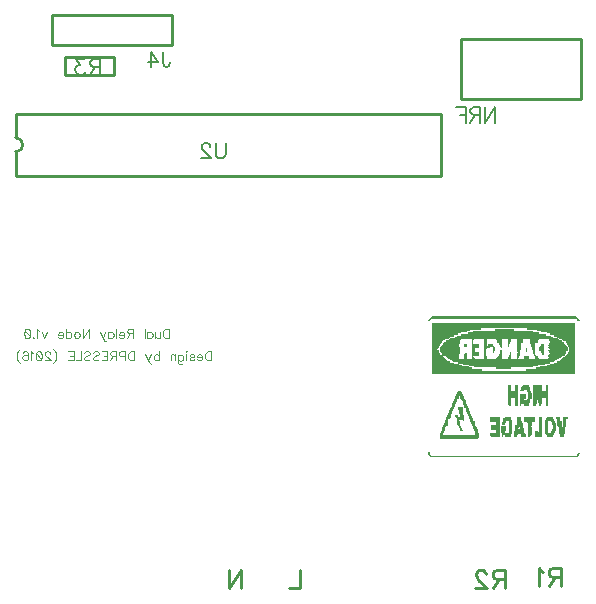
<source format=gbr>
G04 DipTrace 3.0.0.2*
G04 BottomSilk.gbr*
%MOMM*%
G04 #@! TF.FileFunction,Legend,Bot*
G04 #@! TF.Part,Single*
%ADD10C,0.25*%
%ADD12C,0.076*%
%ADD63C,0.19608*%
%ADD64C,0.11765*%
%ADD65C,0.23529*%
%FSLAX35Y35*%
G04*
G71*
G90*
G75*
G01*
G04 BotSilk*
%LPD*%
X2492860Y5952406D2*
D10*
X1476770D1*
Y5698393D1*
X2492860D1*
Y5952406D1*
X4938058Y5749100D2*
X5954058D1*
X4938058Y5241100D2*
X5954058D1*
X4938058Y5749100D2*
Y5241100D1*
X5954058Y5749100D2*
Y5241100D1*
X1590834Y5447600D2*
Y5600000D1*
X1997996Y5447600D2*
X1590834D1*
X1997996D2*
Y5600000D1*
X1590834D1*
X1169208Y5117004D2*
X4769208D1*
X1169208Y4596996D2*
X4769208D1*
Y5117004D2*
Y4596996D1*
X1169208Y5117004D2*
Y4917022D1*
Y4596996D2*
Y4796978D1*
Y4917022D2*
G02X1169208Y4796978I-263J-60022D01*
G01*
X4697175Y3407850D2*
D12*
X5897975D1*
X4684301Y3400250D2*
X5910849D1*
X4673982Y3392650D2*
X5921169D1*
X4665580Y3385050D2*
X4674375D1*
X5920775D2*
X5929570D1*
X4661993Y3377450D2*
X4670338D1*
X5924813D2*
X5933157D1*
X4659175Y3369850D2*
X4666775D1*
X5928375D2*
X5935975D1*
X4697175Y3347050D2*
X5897975D1*
X4697175Y3339450D2*
X5897975D1*
X4697175Y3331850D2*
X5897975D1*
X4697175Y3324250D2*
X5897975D1*
X4697175Y3316650D2*
X5897975D1*
X4697175Y3309050D2*
X5099975D1*
X5495175D2*
X5897975D1*
X4697175Y3301450D2*
X5099975D1*
X5495175D2*
X5897975D1*
X4697175Y3293850D2*
X5008775D1*
X5229175D2*
X5381175D1*
X5586375D2*
X5897975D1*
X4697175Y3286250D2*
X5008775D1*
X5229175D2*
X5381175D1*
X5586375D2*
X5897975D1*
X4697175Y3278650D2*
X4955575D1*
X5077175D2*
X5510375D1*
X5640050D2*
X5897975D1*
X4697175Y3271050D2*
X4902375D1*
X5001175D2*
X5593975D1*
X5692775D2*
X5897975D1*
X4697175Y3263450D2*
X4902375D1*
X5001175D2*
X5593975D1*
X5692775D2*
X5897975D1*
X4697175Y3255850D2*
X4871975D1*
X4940375D2*
X5654775D1*
X5723175D2*
X5897975D1*
X4697175Y3248250D2*
X4871975D1*
X4940375D2*
X5654775D1*
X5723175D2*
X5897975D1*
X4697175Y3240650D2*
X4841575D1*
X4902375D2*
X5682088D1*
X5744728D2*
X5897975D1*
X4697175Y3233050D2*
X4841575D1*
X4902375D2*
X5704197D1*
X5760894D2*
X5897975D1*
X4697175Y3225450D2*
X4818259D1*
X4874352D2*
X5725695D1*
X5775769D2*
X5897975D1*
X4697175Y3217850D2*
X4800843D1*
X4853520D2*
X4931571D1*
X5031575D2*
X5044426D1*
X5137975D2*
X5153175D1*
X5237950D2*
X5281201D1*
X5335575D2*
X5357201D1*
X5412720D2*
X5457175D1*
X5519150D2*
X5591626D1*
X5679924D2*
X5743383D1*
X5788676D2*
X5897975D1*
X4697175Y3210250D2*
X4788529D1*
X4838678D2*
X4929419D1*
X5031575D2*
X5040658D1*
X5137975D2*
X5153175D1*
X5239835D2*
X5279316D1*
X5335575D2*
X5355316D1*
X5414337D2*
X5457175D1*
X5521034D2*
X5587855D1*
X5683693D2*
X5757028D1*
X5794546D2*
X5897975D1*
X4697175Y3202650D2*
X4779664D1*
X4811175D2*
X4926483D1*
X5031575D2*
X5036722D1*
X5137975D2*
X5153175D1*
X5241822D2*
X5277349D1*
X5335575D2*
X5353289D1*
X5415336D2*
X5457175D1*
X5523002D2*
X5583881D1*
X5687569D2*
X5783975D1*
X5821975D2*
X5897975D1*
X4697175Y3195050D2*
X4772996D1*
X4811175D2*
X4923332D1*
X5031575D2*
X5034060D1*
X5137975D2*
X5153175D1*
X5243268D2*
X5276018D1*
X5335575D2*
X5351424D1*
X5414847D2*
X5457175D1*
X5524333D2*
X5580989D1*
X5690524D2*
X5783975D1*
X5825152D2*
X5897975D1*
X4697175Y3187450D2*
X4767020D1*
X4795975D2*
X4920677D1*
X5031575D2*
X5032644D1*
X5137975D2*
X5153175D1*
X5259575D2*
X5275311D1*
X5335575D2*
X5348780D1*
X5413605D2*
X5441975D1*
X5525098D2*
X5563575D1*
X5690168D2*
X5799175D1*
X5829392D2*
X5897975D1*
X4697175Y3179850D2*
X4760902D1*
X4790430D2*
X4919029D1*
X5031575D2*
X5031972D1*
X5137975D2*
X5153175D1*
X5262233D2*
X5274988D1*
X5335575D2*
X5344814D1*
X5412602D2*
X5441975D1*
X5525956D2*
X5560977D1*
X5686291D2*
X5804720D1*
X5834743D2*
X5897975D1*
X4697175Y3172250D2*
X4754980D1*
X4784397D2*
X4918190D1*
X4963175D2*
X4978375D1*
X5031575D2*
X5084775D1*
X5137975D2*
X5153175D1*
X5168375D2*
X5198775D1*
X5265029D2*
X5274855D1*
X5335575D2*
X5340745D1*
X5412031D2*
X5441975D1*
X5528026D2*
X5558715D1*
X5616775D2*
X5631975D1*
X5681853D2*
X5810753D1*
X5840354D2*
X5897975D1*
X4697175Y3164650D2*
X4749995D1*
X4777757D2*
X4917846D1*
X4963175D2*
X4978375D1*
X5031575D2*
X5084775D1*
X5137975D2*
X5153175D1*
X5168375D2*
X5202338D1*
X5268418D2*
X5274802D1*
X5335575D2*
X5337811D1*
X5411789D2*
X5441945D1*
X5531718D2*
X5557274D1*
X5614426D2*
X5631975D1*
X5677575D2*
X5817393D1*
X5845161D2*
X5897975D1*
X4697175Y3157050D2*
X4745922D1*
X4770679D2*
X4917962D1*
X4963175D2*
X4978375D1*
X5031575D2*
X5084775D1*
X5137975D2*
X5206375D1*
X5272933D2*
X5274775D1*
X5335575D2*
D3*
X5411942D2*
X5441678D1*
X5535634D2*
X5556530D1*
X5610658D2*
X5631975D1*
X5692775D2*
X5824471D1*
X5848657D2*
X5897975D1*
X4697175Y3149450D2*
X4741947D1*
X4764785D2*
X4918872D1*
X5031575D2*
X5046775D1*
X5137975D2*
X5153175D1*
X5213975D2*
X5221575D1*
X5277805D2*
X5282375D1*
X5412836D2*
X5440710D1*
X5538321D2*
X5556194D1*
X5606722D2*
X5631975D1*
X5684700D2*
X5830365D1*
X5850680D2*
X5897975D1*
X4697175Y3141850D2*
X4737309D1*
X4761155D2*
X4920672D1*
X5031575D2*
X5046775D1*
X5137975D2*
X5150577D1*
X5213975D2*
X5221575D1*
X5282375D2*
D3*
X5414373D2*
X5438889D1*
X5540000D2*
X5556057D1*
X5604060D2*
X5631975D1*
X5677575D2*
X5833996D1*
X5851670D2*
X5897975D1*
X4697175Y3134250D2*
X4732939D1*
X4759377D2*
X4922583D1*
X5031575D2*
X5046775D1*
X5137975D2*
X5148315D1*
X5213975D2*
X5221516D1*
X5415377D2*
X5436941D1*
X5487575D2*
D3*
X5541614D2*
X5556004D1*
X5602644D2*
X5631975D1*
X5684647D2*
X5835837D1*
X5852102D2*
X5897975D1*
X4697175Y3126650D2*
X4729879D1*
X4759125D2*
X4923639D1*
X5031575D2*
X5046775D1*
X5137975D2*
X5146874D1*
X5213975D2*
X5220937D1*
X5415168D2*
X5435586D1*
X5487575D2*
D3*
X5543701D2*
X5555985D1*
X5601972D2*
X5631975D1*
X5689346D2*
X5836684D1*
X5852245D2*
X5897975D1*
X4697175Y3119050D2*
X4742775D1*
X4760043D2*
X4923375D1*
X5031575D2*
X5046775D1*
X5137975D2*
X5146130D1*
X5213975D2*
X5219556D1*
X5267175D2*
X5282375D1*
X5415080D2*
X5434614D1*
X5487575D2*
D3*
X5545752D2*
X5555978D1*
X5616775D2*
X5631975D1*
X5677575D2*
X5821975D1*
X5852043D2*
X5897975D1*
X4697175Y3111450D2*
X4744009D1*
X4765242D2*
X4921876D1*
X5031575D2*
X5046775D1*
X5137975D2*
X5145794D1*
X5213975D2*
X5213634D1*
X5267145D2*
X5279777D1*
X5416573D2*
X5433323D1*
X5487575D2*
D3*
X5547175D2*
X5555976D1*
X5617955D2*
X5631975D1*
X5682712D2*
X5820801D1*
X5851038D2*
X5897975D1*
X4697175Y3103850D2*
X4746428D1*
X4771095D2*
X4920061D1*
X4978375D2*
D3*
X5031575D2*
X5084775D1*
X5137975D2*
X5145657D1*
X5206375D2*
D3*
X5266878D2*
X5277515D1*
X5358375D2*
D3*
X5419175D2*
X5431369D1*
X5548427D2*
X5555975D1*
X5619903D2*
X5631975D1*
X5687613D2*
X5818915D1*
X5848692D2*
X5897975D1*
X4697175Y3096250D2*
X4750362D1*
X4775754D2*
X4918787D1*
X4971359D2*
X4978375D1*
X5031575D2*
X5084775D1*
X5137975D2*
X5145604D1*
X5265910D2*
X5276074D1*
X5356026D2*
X5358375D1*
X5416102D2*
X5429369D1*
X5550691D2*
X5555975D1*
X5622185D2*
X5631975D1*
X5688868D2*
X5816928D1*
X5844779D2*
X5897975D1*
X4697175Y3088650D2*
X4755601D1*
X4778690D2*
X4918101D1*
X4966162D2*
X4978375D1*
X5031575D2*
X5084775D1*
X5137975D2*
X5145585D1*
X5264089D2*
X5275330D1*
X5352258D2*
X5358375D1*
X5416069D2*
X5428025D1*
X5554466D2*
X5555975D1*
X5624375D2*
X5631975D1*
X5685797D2*
X5815482D1*
X5839547D2*
X5897975D1*
X4697175Y3081050D2*
X4761262D1*
X4803575D2*
X4917785D1*
X4964576D2*
X4978375D1*
X5031575D2*
D3*
X5137975D2*
X5145608D1*
X5262052D2*
X5275024D1*
X5348292D2*
X5358375D1*
X5416096D2*
X5427255D1*
X5558415D2*
X5563575D1*
X5682305D2*
X5791575D1*
X5833888D2*
X5897975D1*
X4697175Y3073450D2*
X4766947D1*
X4807160D2*
X4917654D1*
X4963752D2*
X4978375D1*
X5031575D2*
X5032199D1*
X5137975D2*
X5145895D1*
X5259858D2*
X5275176D1*
X5345341D2*
X5358375D1*
X5415149D2*
X5426351D1*
X5561085D2*
X5563575D1*
X5679649D2*
X5787960D1*
X5828203D2*
X5897975D1*
X4697175Y3065850D2*
X4774145D1*
X4811949D2*
X4917603D1*
X4963394D2*
X4978375D1*
X5031575D2*
X5033594D1*
X5137975D2*
X5147069D1*
X5256930D2*
X5276298D1*
X5342750D2*
X5358375D1*
X5413699D2*
X5424802D1*
X5472375D2*
X5510375D1*
X5562504D2*
X5578775D1*
X5692775D2*
X5783083D1*
X5821005D2*
X5897975D1*
X4697175Y3058250D2*
X4784533D1*
X4823827D2*
X4917584D1*
X4963250D2*
X4978375D1*
X5031575D2*
X5039517D1*
X5137975D2*
X5149667D1*
X5247824D2*
X5278876D1*
X5339480D2*
X5358375D1*
X5412520D2*
X5418852D1*
X5472375D2*
X5510375D1*
X5563177D2*
X5585900D1*
X5685650D2*
X5770102D1*
X5810617D2*
X5897975D1*
X4697175Y3050650D2*
X4796835D1*
X4838152D2*
X4917575D1*
X4963175D2*
X4978375D1*
X5031575D2*
X5046775D1*
X5137975D2*
X5153175D1*
X5236775D2*
X5282375D1*
X5335575D2*
X5358375D1*
X5411575D2*
D3*
X5472375D2*
X5510375D1*
X5563575D2*
X5593975D1*
X5677575D2*
X5753953D1*
X5798315D2*
X5897975D1*
X4697175Y3043050D2*
X4807163D1*
X4852066D2*
X5738372D1*
X5787987D2*
X5897975D1*
X4697175Y3035450D2*
X4813897D1*
X4866711D2*
X5723568D1*
X5781253D2*
X5897975D1*
X4697175Y3027850D2*
X4841575D1*
X4909975D2*
X5685175D1*
X5753575D2*
X5897975D1*
X4697175Y3020250D2*
X4841575D1*
X4909975D2*
X5685175D1*
X5753575D2*
X5897975D1*
X4697175Y3012650D2*
X4871975D1*
X4955575D2*
X5639575D1*
X5723175D2*
X5897975D1*
X4697175Y3005050D2*
X4871975D1*
X4955575D2*
X5639575D1*
X5723175D2*
X5897975D1*
X4697175Y2997450D2*
X4917575D1*
X5008775D2*
X5586375D1*
X5692775D2*
X5897975D1*
X4697175Y2989850D2*
X4917575D1*
X5008775D2*
X5586375D1*
X5692775D2*
X5897975D1*
X4697175Y2982250D2*
X4969825D1*
X5084775D2*
X5510375D1*
X5632450D2*
X5897975D1*
X4697175Y2974650D2*
X5023975D1*
X5236775D2*
X5350775D1*
X5571175D2*
X5897975D1*
X4697175Y2967050D2*
X5023975D1*
X5236775D2*
X5350775D1*
X5571175D2*
X5897975D1*
X4697175Y2959450D2*
X5107575D1*
X5487575D2*
X5897975D1*
X4697175Y2951850D2*
X5107575D1*
X5487575D2*
X5897975D1*
X4697175Y2944250D2*
X5897975D1*
X4697175Y2936650D2*
X5897975D1*
X4697175Y2929050D2*
X5897975D1*
X5335575Y2822650D2*
X5358375D1*
X5396375D2*
X5411575D1*
X5464775D2*
X5502775D1*
X5548375D2*
X5578775D1*
X5593975D2*
X5616775D1*
X5662375D2*
X5669975D1*
X5335575Y2815050D2*
X5358375D1*
X5396375D2*
X5411575D1*
X5456584D2*
X5507458D1*
X5548375D2*
X5578775D1*
X5593975D2*
X5616775D1*
X5662375D2*
X5669975D1*
X5335575Y2807450D2*
X5358375D1*
X5396375D2*
X5411575D1*
X5450334D2*
X5511525D1*
X5548375D2*
X5578775D1*
X5593975D2*
X5616775D1*
X5662375D2*
X5669975D1*
X5335575Y2799850D2*
X5358375D1*
X5396375D2*
X5411575D1*
X5446157D2*
X5514597D1*
X5548375D2*
X5578775D1*
X5593975D2*
X5616775D1*
X5662375D2*
X5669975D1*
X5335575Y2792250D2*
X5358375D1*
X5396375D2*
X5411575D1*
X5443840D2*
X5516418D1*
X5548375D2*
X5578775D1*
X5593975D2*
X5616775D1*
X5662375D2*
X5669975D1*
X5335575Y2784650D2*
X5358375D1*
X5396375D2*
X5411575D1*
X5442685D2*
X5464775D1*
X5495175D2*
X5517382D1*
X5548375D2*
X5578775D1*
X5593975D2*
X5616775D1*
X5662375D2*
X5669975D1*
X5335575Y2777050D2*
X5358375D1*
X5396375D2*
X5411575D1*
X5441975D2*
X5464775D1*
X5495175D2*
X5518314D1*
X5548375D2*
X5578775D1*
X5593975D2*
X5616775D1*
X5662375D2*
X5669975D1*
X4909975Y2769450D2*
X4932775D1*
X5335575D2*
X5411575D1*
X5510375D2*
X5520412D1*
X5548375D2*
X5578775D1*
X5593975D2*
X5669975D1*
X4907318Y2761850D2*
X4938001D1*
X5335575D2*
X5411575D1*
X5510375D2*
X5524113D1*
X5548375D2*
X5578775D1*
X5593975D2*
X5669975D1*
X4904521Y2754250D2*
X4942792D1*
X5335575D2*
X5411575D1*
X5510375D2*
X5528032D1*
X5548375D2*
X5578775D1*
X5593975D2*
X5669975D1*
X4901143Y2746650D2*
X4946642D1*
X5335575D2*
X5411575D1*
X5441975D2*
X5479975D1*
X5510375D2*
X5530691D1*
X5548375D2*
X5578775D1*
X5593975D2*
X5669975D1*
X4896758Y2739050D2*
X4949951D1*
X5335575D2*
X5411575D1*
X5441975D2*
X5479975D1*
X5510375D2*
X5532103D1*
X5548375D2*
X5578775D1*
X5593975D2*
X5669975D1*
X4892496Y2731450D2*
X4917575D1*
X4932805D2*
X4952630D1*
X5335575D2*
X5411575D1*
X5441975D2*
X5479975D1*
X5510316D2*
X5532749D1*
X5548375D2*
X5578775D1*
X5593975D2*
X5669975D1*
X4889440Y2723850D2*
X4917575D1*
X4933131D2*
X4954765D1*
X5335575D2*
X5411575D1*
X5441975D2*
X5479975D1*
X5509737D2*
X5533025D1*
X5548375D2*
X5578775D1*
X5593975D2*
X5669975D1*
X4887010Y2716250D2*
X4902375D1*
X4933933D2*
X4957512D1*
X5335575D2*
X5358375D1*
X5396375D2*
X5411575D1*
X5441975D2*
X5464775D1*
X5508356D2*
X5517975D1*
X5548375D2*
X5578775D1*
X5593975D2*
X5616775D1*
X5662375D2*
X5669975D1*
X4884466Y2708650D2*
X4901201D1*
X4938216D2*
X4961543D1*
X5335575D2*
X5358375D1*
X5396375D2*
X5411575D1*
X5441975D2*
X5464775D1*
X5502434D2*
X5517945D1*
X5548375D2*
X5578775D1*
X5593975D2*
X5616775D1*
X5662375D2*
X5669975D1*
X4881710Y2701050D2*
X4899316D1*
X4943937D2*
X4965854D1*
X5335575D2*
X5358375D1*
X5396375D2*
X5411575D1*
X5441975D2*
X5464775D1*
X5495175D2*
X5517678D1*
X5548375D2*
X5578775D1*
X5593975D2*
X5616775D1*
X5662375D2*
X5669975D1*
X4878343Y2693450D2*
X4897289D1*
X4949222D2*
X4969529D1*
X5335605D2*
X5358375D1*
X5396375D2*
X5411575D1*
X5441975D2*
X5516680D1*
X5548375D2*
X5578716D1*
X5594005D2*
X5616745D1*
X5662375D2*
X5669975D1*
X4873959Y2685850D2*
X4895424D1*
X4952853D2*
X4972779D1*
X5335872D2*
X5358375D1*
X5396375D2*
X5411575D1*
X5441975D2*
X5514593D1*
X5548375D2*
X5578181D1*
X5594272D2*
X5616478D1*
X5662375D2*
X5669975D1*
X4869697Y2678250D2*
X4892780D1*
X4955556D2*
X4975439D1*
X5336846D2*
X5358375D1*
X5396375D2*
X5411575D1*
X5441975D2*
X5511670D1*
X5548375D2*
X5576934D1*
X5595246D2*
X5615504D1*
X5662375D2*
X5669975D1*
X4866641Y2670650D2*
X4888787D1*
X4958155D2*
X4977568D1*
X5338730D2*
X5358375D1*
X5396375D2*
X5411575D1*
X5441975D2*
X5508454D1*
X5548375D2*
X5572640D1*
X5597130D2*
X5613620D1*
X5662375D2*
X5669975D1*
X4864210Y2663050D2*
X4884490D1*
X4960422D2*
X4980313D1*
X5340992D2*
X5358375D1*
X5396375D2*
X5411575D1*
X5441975D2*
D3*
X5472375D2*
X5505448D1*
X5548375D2*
X5567984D1*
X5599392D2*
X5611358D1*
X5662375D2*
X5669975D1*
X4861696Y2655450D2*
X4880819D1*
X4961874D2*
X4984343D1*
X5343175D2*
X5358375D1*
X5396375D2*
X5411575D1*
X5441975D2*
D3*
X5472375D2*
X5502775D1*
X5548375D2*
X5563575D1*
X5601575D2*
X5609175D1*
X5662375D2*
X5669975D1*
X4859207Y2647850D2*
X4877570D1*
X4962663D2*
X4988654D1*
X4856749Y2640250D2*
X4874911D1*
X4909975D2*
X4947975D1*
X4978375D2*
X4992329D1*
X4853651Y2632650D2*
X4872782D1*
X4910554D2*
X4947975D1*
X4978665D2*
X4995579D1*
X4849430Y2625050D2*
X4870037D1*
X4911816D2*
X4947975D1*
X4979639D2*
X4998209D1*
X4844326Y2617450D2*
X4866037D1*
X4915974D2*
X4947975D1*
X4981460D2*
X5000071D1*
X4839642Y2609850D2*
X4861963D1*
X4920000D2*
X4947975D1*
X4983469D2*
X5001848D1*
X4836382Y2602250D2*
X4858960D1*
X4922713D2*
X4948005D1*
X4985329D2*
X5004087D1*
X4833864Y2594650D2*
X4856294D1*
X4924398D2*
X4948272D1*
X4987970D2*
X5006717D1*
X4831286Y2587050D2*
X4852854D1*
X4926019D2*
X4949241D1*
X4991963D2*
X5010035D1*
X4828517Y2579450D2*
X4848816D1*
X4928171D2*
X4951061D1*
X4996261D2*
X5014400D1*
X4825145Y2571850D2*
X4845439D1*
X4887175D2*
X4902375D1*
X4930538D2*
X4953009D1*
X4999932D2*
X5018657D1*
X4820760Y2564250D2*
X4843371D1*
X4892371D2*
X4902375D1*
X4932775D2*
X4954335D1*
X5003180D2*
X5021711D1*
X4816497Y2556650D2*
X4842328D1*
X4896895D2*
X4955040D1*
X5005809D2*
X5024141D1*
X5191175D2*
X5259575D1*
X5312775D2*
X5350775D1*
X5419175D2*
X5434375D1*
X5472375D2*
X5555975D1*
X5601575D2*
X5616775D1*
X5669975D2*
X5707975D1*
X5745975D2*
X5768775D1*
X5806775D2*
X5837175D1*
X4813441Y2549050D2*
X4841851D1*
X4899806D2*
X4955362D1*
X5007671D2*
X5026625D1*
X5188577D2*
X5259575D1*
X5312775D2*
X5353403D1*
X5416577D2*
X5436973D1*
X5472375D2*
X5555975D1*
X5601575D2*
X5616775D1*
X5666798D2*
X5710863D1*
X5746265D2*
X5768775D1*
X5806486D2*
X5837175D1*
X4811010Y2541450D2*
X4826375D1*
X4901563D2*
X4955495D1*
X5009448D2*
X5028847D1*
X5186315D2*
X5259575D1*
X5297575D2*
X5355932D1*
X5414315D2*
X5439235D1*
X5472375D2*
X5555975D1*
X5601575D2*
X5616775D1*
X5662588D2*
X5714099D1*
X5747239D2*
X5768775D1*
X5805512D2*
X5821975D1*
X4808496Y2533850D2*
X4825201D1*
X4903202D2*
X4955548D1*
X5011687D2*
X5030283D1*
X5184868D2*
X5259575D1*
X5294977D2*
X5358341D1*
X5412874D2*
X5440735D1*
X5472375D2*
X5555975D1*
X5601575D2*
X5616775D1*
X5657504D2*
X5717420D1*
X5749060D2*
X5768775D1*
X5803690D2*
X5821975D1*
X4806007Y2526250D2*
X4823316D1*
X4905297D2*
X4916081D1*
X4955575D2*
D3*
X5014317D2*
X5031066D1*
X5184084D2*
X5259575D1*
X5292715D2*
X5360906D1*
X5412130D2*
X5442014D1*
X5472375D2*
X5555975D1*
X5601575D2*
X5616775D1*
X5652862D2*
X5720648D1*
X5751009D2*
X5768775D1*
X5801741D2*
X5821975D1*
X4803608Y2518650D2*
X4821349D1*
X4907351D2*
X4920526D1*
X5017635D2*
X5046775D1*
X5236775D2*
X5259575D1*
X5291274D2*
X5311595D1*
X5343175D2*
X5363190D1*
X5411794D2*
X5444287D1*
X5495175D2*
X5533175D1*
X5601575D2*
X5616775D1*
X5649875D2*
X5669975D1*
X5702724D2*
X5724246D1*
X5752335D2*
X5783975D1*
X5800415D2*
X5821975D1*
X4801045Y2511050D2*
X4820017D1*
X4908715D2*
X4923071D1*
X5022000D2*
X5047065D1*
X5236775D2*
X5259575D1*
X5290528D2*
X5309647D1*
X5343175D2*
X5364653D1*
X5411657D2*
X5448065D1*
X5500371D2*
X5533175D1*
X5601575D2*
X5616775D1*
X5648328D2*
X5669975D1*
X5706493D2*
X5728729D1*
X5753040D2*
X5783975D1*
X5799711D2*
X5821975D1*
X4798701Y2503450D2*
X4819310D1*
X4909435D2*
X4924306D1*
X5026257D2*
X5048039D1*
X5236775D2*
X5259575D1*
X5290179D2*
X5307365D1*
X5343175D2*
X5365411D1*
X5411604D2*
X5452015D1*
X5504895D2*
X5533175D1*
X5601575D2*
X5616775D1*
X5647630D2*
X5669975D1*
X5710428D2*
X5733001D1*
X5753421D2*
X5783975D1*
X5799388D2*
X5821945D1*
X4796704Y2495850D2*
X4818974D1*
X4909775D2*
X4924869D1*
X5029311D2*
X5049860D1*
X5236775D2*
X5259575D1*
X5289975D2*
X5305175D1*
X5343175D2*
X5365752D1*
X5411585D2*
X5454685D1*
X5507777D2*
X5533175D1*
X5601575D2*
X5616775D1*
X5647345D2*
X5669945D1*
X5713090D2*
X5735805D1*
X5754089D2*
X5783975D1*
X5799255D2*
X5821678D1*
X4794009Y2488250D2*
X4803575D1*
X4925175D2*
X4925349D1*
X5031741D2*
X5051810D1*
X5191175D2*
X5259575D1*
X5343175D2*
X5365892D1*
X5396375D2*
X5456101D1*
X5509266D2*
X5517975D1*
X5601575D2*
X5616775D1*
X5647235D2*
X5669678D1*
X5714503D2*
X5737272D1*
X5756077D2*
X5783975D1*
X5799204D2*
X5820710D1*
X4789997Y2480650D2*
X4802401D1*
X4925205D2*
X4926457D1*
X5034284D2*
X5053141D1*
X5191175D2*
X5259575D1*
X5343175D2*
X5365946D1*
X5396375D2*
X5456777D1*
X5509937D2*
X5523171D1*
X5601575D2*
X5616775D1*
X5647196D2*
X5668739D1*
X5715149D2*
X5737938D1*
X5759737D2*
X5783975D1*
X5799184D2*
X5818889D1*
X4785693Y2473050D2*
X4800516D1*
X4925472D2*
X4928840D1*
X5037040D2*
X5053885D1*
X5191175D2*
X5259575D1*
X5282375D2*
X5312775D1*
X5343175D2*
X5365965D1*
X5396375D2*
X5429569D1*
X5441975D2*
X5457312D1*
X5510212D2*
X5527695D1*
X5601575D2*
X5616775D1*
X5647182D2*
X5667186D1*
X5715415D2*
X5738212D1*
X5763640D2*
X5783975D1*
X5799175D2*
X5816941D1*
X4782020Y2465450D2*
X4798519D1*
X4926446D2*
X4932747D1*
X5040408D2*
X5069575D1*
X5191175D2*
X5259575D1*
X5282375D2*
X5312745D1*
X5343175D2*
X5365972D1*
X5396345D2*
X5419703D1*
X5441975D2*
X5458383D1*
X5510317D2*
X5530577D1*
X5601545D2*
X5616775D1*
X5647177D2*
X5666206D1*
X5715459D2*
X5738258D1*
X5766294D2*
X5815615D1*
X4778771Y2457850D2*
X4796921D1*
X4928330D2*
X4937850D1*
X5044791D2*
X5069865D1*
X5191175D2*
X5259575D1*
X5282375D2*
X5312478D1*
X5343175D2*
X5365974D1*
X5396078D2*
X5411575D1*
X5441975D2*
X5460241D1*
X5510355D2*
X5532066D1*
X5601278D2*
X5616775D1*
X5647176D2*
X5666701D1*
X5714962D2*
X5737761D1*
X5767704D2*
X5814911D1*
X4776171Y2450250D2*
X4795246D1*
X4930592D2*
X4943119D1*
X5049053D2*
X5070839D1*
X5236775D2*
X5259575D1*
X5282375D2*
X5311504D1*
X5343175D2*
X5365945D1*
X5395110D2*
X5462203D1*
X5510368D2*
X5532737D1*
X5600304D2*
X5616775D1*
X5647175D2*
X5667945D1*
X5713732D2*
X5736532D1*
X5768349D2*
X5814588D1*
X4774576Y2442650D2*
X4793043D1*
X4932775D2*
X4947975D1*
X5052109D2*
X5072690D1*
X5236775D2*
X5259575D1*
X5282375D2*
X5309620D1*
X5343175D2*
X5365678D1*
X5393289D2*
X5463592D1*
X5510373D2*
X5533012D1*
X5598420D2*
X5616775D1*
X5647235D2*
X5668953D1*
X5709439D2*
X5732345D1*
X5768645D2*
X5814396D1*
X4773766Y2435050D2*
X4790427D1*
X5054540D2*
X5074906D1*
X5236775D2*
X5259575D1*
X5282375D2*
X5307358D1*
X5343175D2*
X5364710D1*
X5391341D2*
X5464833D1*
X5510374D2*
X5533117D1*
X5563575D2*
X5578775D1*
X5596158D2*
X5616775D1*
X5647769D2*
X5669560D1*
X5704784D2*
X5728052D1*
X5769015D2*
X5813810D1*
X4773392Y2427450D2*
X4787113D1*
X5057024D2*
X5077200D1*
X5236775D2*
X5259575D1*
X5282405D2*
X5305175D1*
X5343175D2*
X5362860D1*
X5390015D2*
X5467093D1*
X5510375D2*
X5533096D1*
X5563575D2*
X5578775D1*
X5593975D2*
X5616775D1*
X5649016D2*
X5669975D1*
X5700375D2*
X5724371D1*
X5770021D2*
X5812539D1*
X4757975Y2419850D2*
X4782746D1*
X5059247D2*
X5079725D1*
X5183575D2*
X5259575D1*
X5282672D2*
X5360644D1*
X5389311D2*
X5470867D1*
X5510375D2*
X5532575D1*
X5563575D2*
X5616775D1*
X5653463D2*
X5720866D1*
X5771854D2*
X5808378D1*
X4757975Y2412250D2*
X4778482D1*
X5060683D2*
X5081967D1*
X5184755D2*
X5259575D1*
X5283646D2*
X5358344D1*
X5388988D2*
X5410395D1*
X5449575D2*
X5474816D1*
X5510375D2*
X5531334D1*
X5563575D2*
X5616775D1*
X5658470D2*
X5717296D1*
X5773808D2*
X5804350D1*
X4757975Y2404650D2*
X4775460D1*
X5061466D2*
X5083158D1*
X5186703D2*
X5259575D1*
X5285530D2*
X5355754D1*
X5388855D2*
X5408447D1*
X5449575D2*
X5477497D1*
X5510375D2*
X5527040D1*
X5563575D2*
X5616775D1*
X5663050D2*
X5713814D1*
X5775140D2*
X5801655D1*
X4757975Y2397050D2*
X5082940D1*
X5188985D2*
X5259575D1*
X5287792D2*
X5289975D1*
X5312775D2*
X5353156D1*
X5388802D2*
X5406165D1*
X5449575D2*
X5478992D1*
X5510375D2*
X5522384D1*
X5563575D2*
X5616775D1*
X5666810D2*
X5710702D1*
X5775885D2*
X5800158D1*
X4757975Y2389450D2*
X5081397D1*
X5191175D2*
X5259575D1*
X5289975D2*
D3*
X5312775D2*
X5350775D1*
X5388775D2*
X5403975D1*
X5449575D2*
X5479975D1*
X5510375D2*
X5517975D1*
X5563575D2*
X5616775D1*
X5669975D2*
X5707975D1*
X5776375D2*
X5799175D1*
X4757975Y2381850D2*
X5079280D1*
X4757975Y2374250D2*
X5077175D1*
X4659175Y2260250D2*
X4666775D1*
X4659234Y2252650D2*
X4667950D1*
X4659813Y2245050D2*
X4669835D1*
X5928375D2*
X5935975D1*
X4661194Y2237450D2*
X4671822D1*
X5924839D2*
X5934016D1*
X4667117Y2229850D2*
X4673268D1*
X5922490D2*
X5928056D1*
X4674375Y2222250D2*
X5920775D1*
X4697175Y3407850D2*
X4684301Y3400250D1*
X4673982Y3392650D1*
X4665580Y3385050D1*
X4661993Y3377450D1*
X4659175Y3369850D1*
X5897975Y3407850D2*
X5910849Y3400250D1*
X5921169Y3392650D1*
X5929570Y3385050D1*
X5933157Y3377450D1*
X5935975Y3369850D1*
X4674375Y3385050D2*
X4670338Y3377450D1*
X4666775Y3369850D1*
X5920775Y3385050D2*
X5924813Y3377450D1*
X5928375Y3369850D1*
X4697175Y3347050D2*
Y3339450D1*
Y3331850D1*
Y3324250D1*
Y3316650D1*
Y3309050D1*
Y3301450D1*
Y3293850D1*
Y3286250D1*
Y3278650D1*
Y3271050D1*
Y3263450D1*
Y3255850D1*
Y3248250D1*
Y3240650D1*
Y3233050D1*
Y3225450D1*
Y3217850D1*
Y3210250D1*
Y3202650D1*
Y3195050D1*
Y3187450D1*
Y3179850D1*
Y3172250D1*
Y3164650D1*
Y3157050D1*
Y3149450D1*
Y3141850D1*
Y3134250D1*
Y3126650D1*
Y3119050D1*
Y3111450D1*
Y3103850D1*
Y3096250D1*
Y3088650D1*
Y3081050D1*
Y3073450D1*
Y3065850D1*
Y3058250D1*
Y3050650D1*
Y3043050D1*
Y3035450D1*
Y3027850D1*
Y3020250D1*
Y3012650D1*
Y3005050D1*
Y2997450D1*
Y2989850D1*
Y2982250D1*
Y2974650D1*
Y2967050D1*
Y2959450D1*
Y2951850D1*
Y2944250D1*
Y2936650D1*
Y2929050D1*
X5897975Y3347050D2*
Y3339450D1*
Y3331850D1*
Y3324250D1*
Y3316650D1*
Y3309050D1*
Y3301450D1*
Y3293850D1*
Y3286250D1*
Y3278650D1*
Y3271050D1*
Y3263450D1*
Y3255850D1*
Y3248250D1*
Y3240650D1*
Y3233050D1*
Y3225450D1*
Y3217850D1*
Y3210250D1*
Y3202650D1*
Y3195050D1*
Y3187450D1*
Y3179850D1*
Y3172250D1*
Y3164650D1*
Y3157050D1*
Y3149450D1*
Y3141850D1*
Y3134250D1*
Y3126650D1*
Y3119050D1*
Y3111450D1*
Y3103850D1*
Y3096250D1*
Y3088650D1*
Y3081050D1*
Y3073450D1*
Y3065850D1*
Y3058250D1*
Y3050650D1*
Y3043050D1*
Y3035450D1*
Y3027850D1*
Y3020250D1*
Y3012650D1*
Y3005050D1*
Y2997450D1*
Y2989850D1*
Y2982250D1*
Y2974650D1*
Y2967050D1*
Y2959450D1*
Y2951850D1*
Y2944250D1*
Y2936650D1*
Y2929050D1*
X5099975Y3316650D2*
Y3309050D1*
Y3301450D1*
X5495175Y3316650D2*
Y3309050D1*
Y3301450D1*
X5008775D2*
Y3293850D1*
Y3286250D1*
X4955575Y3278650D1*
X4902375Y3271050D1*
Y3263450D1*
Y3255850D1*
X4871975D1*
Y3248250D1*
Y3240650D1*
X4841575D1*
Y3233050D1*
X4818259Y3225450D1*
X4800843Y3217850D1*
X4788529Y3210250D1*
X4779664Y3202650D1*
X4772996Y3195050D1*
X4767020Y3187450D1*
X4760902Y3179850D1*
X4754980Y3172250D1*
X4749995Y3164650D1*
X4745922Y3157050D1*
X4741947Y3149450D1*
X4737309Y3141850D1*
X4732939Y3134250D1*
X4729879Y3126650D1*
X4727575Y3119050D1*
X4742775D1*
X4744009Y3111450D1*
X4746428Y3103850D1*
X4750362Y3096250D1*
X4755601Y3088650D1*
X4761262Y3081050D1*
X4766947Y3073450D1*
X4774145Y3065850D1*
X4784533Y3058250D1*
X4796835Y3050650D1*
X4807163Y3043050D1*
X4813897Y3035450D1*
X4818775Y3027850D1*
X4841575D1*
Y3020250D1*
Y3012650D1*
X4871975D1*
Y3005050D1*
Y2997450D1*
X4917575D1*
Y2989850D1*
X4969825Y2982250D1*
X5023975Y2974650D1*
Y2967050D1*
Y2959450D1*
X5107575D1*
Y2951850D1*
Y2944250D1*
X5229175Y3293850D2*
Y3286250D1*
Y3278650D1*
X5381175Y3293850D2*
Y3286250D1*
Y3278650D1*
X5586375Y3301450D2*
Y3293850D1*
Y3286250D1*
X5640050Y3278650D1*
X5692775Y3271050D1*
Y3263450D1*
Y3255850D1*
X5723175D1*
Y3248250D1*
Y3240650D1*
X5744728D1*
X5760894Y3233050D1*
X5775769Y3225450D1*
X5788676Y3217850D1*
X5794546Y3210250D1*
X5799175Y3202650D1*
X5821975D1*
X5825152Y3195050D1*
X5829392Y3187450D1*
X5834743Y3179850D1*
X5840354Y3172250D1*
X5845161Y3164650D1*
X5848657Y3157050D1*
X5850680Y3149450D1*
X5851670Y3141850D1*
X5852102Y3134250D1*
X5852245Y3126650D1*
X5852043Y3119050D1*
X5851038Y3111450D1*
X5848692Y3103850D1*
X5844779Y3096250D1*
X5839547Y3088650D1*
X5833888Y3081050D1*
X5828203Y3073450D1*
X5821005Y3065850D1*
X5810617Y3058250D1*
X5798315Y3050650D1*
X5787987Y3043050D1*
X5781253Y3035450D1*
X5776375Y3027850D1*
X5753575D1*
Y3020250D1*
Y3012650D1*
X5723175D1*
Y3005050D1*
Y2997450D1*
X5692775D1*
Y2989850D1*
X5632450Y2982250D1*
X5571175Y2974650D1*
Y2967050D1*
Y2959450D1*
X5487575D1*
Y2951850D1*
Y2944250D1*
X5077175Y3278650D2*
X5001175Y3271050D1*
Y3263450D1*
Y3255850D1*
X4940375D1*
Y3248250D1*
Y3240650D1*
X4902375D1*
Y3233050D1*
X4874352Y3225450D1*
X4853520Y3217850D1*
X4838678Y3210250D1*
X4825478Y3202650D1*
X4811175D1*
Y3195050D1*
Y3187450D1*
X4795975D1*
X4790430Y3179850D1*
X4784397Y3172250D1*
X4777757Y3164650D1*
X4770679Y3157050D1*
X4764785Y3149450D1*
X4761155Y3141850D1*
X4759377Y3134250D1*
X4759125Y3126650D1*
X4760043Y3119050D1*
X4765242Y3111450D1*
X4771095Y3103850D1*
X4775754Y3096250D1*
X4778690Y3088650D1*
X4780775Y3081050D1*
X4803575D1*
X4807160Y3073450D1*
X4811949Y3065850D1*
X4823827Y3058250D1*
X4838152Y3050650D1*
X4852066Y3043050D1*
X4866711Y3035450D1*
X4884342Y3027850D1*
X4909975D1*
Y3020250D1*
Y3012650D1*
X4955575D1*
Y3005050D1*
Y2997450D1*
X5008775D1*
Y2989850D1*
X5084775Y2982250D1*
X5510375Y3278650D2*
X5593975Y3271050D1*
Y3263450D1*
Y3255850D1*
X5654775D1*
Y3248250D1*
Y3240650D1*
X5682088D1*
X5704197Y3233050D1*
X5725695Y3225450D1*
X5743383Y3217850D1*
X5757028Y3210250D1*
X5769714Y3202650D1*
X5783975D1*
Y3195050D1*
Y3187450D1*
X5799175D1*
X5804720Y3179850D1*
X5810753Y3172250D1*
X5817393Y3164650D1*
X5824471Y3157050D1*
X5830365Y3149450D1*
X5833996Y3141850D1*
X5835837Y3134250D1*
X5836684Y3126650D1*
X5837175Y3119050D1*
X5821975D1*
X5820801Y3111450D1*
X5818915Y3103850D1*
X5816928Y3096250D1*
X5815482Y3088650D1*
X5814375Y3081050D1*
X5791575D1*
X5787960Y3073450D1*
X5783083Y3065850D1*
X5770102Y3058250D1*
X5753953Y3050650D1*
X5738372Y3043050D1*
X5723568Y3035450D1*
X5707208Y3027850D1*
X5685175D1*
Y3020250D1*
Y3012650D1*
X5639575D1*
Y3005050D1*
Y2997450D1*
X5586375D1*
Y2989850D1*
X5510375Y2982250D1*
X4932775Y3225450D2*
X4931571Y3217850D1*
X4929419Y3210250D1*
X4926483Y3202650D1*
X4923332Y3195050D1*
X4920677Y3187450D1*
X4919029Y3179850D1*
X4918190Y3172250D1*
X4917846Y3164650D1*
X4917962Y3157050D1*
X4918872Y3149450D1*
X4920672Y3141850D1*
X4922583Y3134250D1*
X4923639Y3126650D1*
X4923375Y3119050D1*
X4921876Y3111450D1*
X4920061Y3103850D1*
X4918787Y3096250D1*
X4918101Y3088650D1*
X4917785Y3081050D1*
X4917654Y3073450D1*
X4917603Y3065850D1*
X4917584Y3058250D1*
X4917575Y3050650D1*
X5031575Y3225450D2*
Y3217850D1*
Y3210250D1*
Y3202650D1*
Y3195050D1*
Y3187450D1*
Y3179850D1*
Y3172250D1*
Y3164650D1*
Y3157050D1*
Y3149450D1*
Y3141850D1*
Y3134250D1*
Y3126650D1*
Y3119050D1*
Y3111450D1*
Y3103850D1*
Y3096250D1*
Y3088650D1*
Y3081050D1*
Y3073450D1*
Y3065850D1*
Y3058250D1*
Y3050650D1*
X5046775Y3225450D2*
X5044426Y3217850D1*
X5040658Y3210250D1*
X5036722Y3202650D1*
X5034060Y3195050D1*
X5032644Y3187450D1*
X5031972Y3179850D1*
X5031575Y3172250D1*
X5084775D1*
Y3164650D1*
Y3157050D1*
Y3149450D1*
X5046775D1*
Y3141850D1*
Y3134250D1*
Y3126650D1*
Y3119050D1*
Y3111450D1*
Y3103850D1*
X5084775D1*
Y3096250D1*
Y3088650D1*
Y3081050D1*
X5031575D1*
X5032199Y3073450D1*
X5033594Y3065850D1*
X5039517Y3058250D1*
X5046775Y3050650D1*
X5137975Y3225450D2*
Y3217850D1*
Y3210250D1*
Y3202650D1*
Y3195050D1*
Y3187450D1*
Y3179850D1*
Y3172250D1*
Y3164650D1*
Y3157050D1*
Y3149450D1*
Y3141850D1*
Y3134250D1*
Y3126650D1*
Y3119050D1*
Y3111450D1*
Y3103850D1*
Y3096250D1*
Y3088650D1*
Y3081050D1*
Y3073450D1*
Y3065850D1*
Y3058250D1*
Y3050650D1*
X5153175Y3225450D2*
Y3217850D1*
Y3210250D1*
Y3202650D1*
Y3195050D1*
Y3187450D1*
Y3179850D1*
Y3172250D1*
Y3164650D1*
X5236775Y3225450D2*
X5237950Y3217850D1*
X5239835Y3210250D1*
X5241822Y3202650D1*
X5243268Y3195050D1*
X5244375Y3187450D1*
X5259575D1*
X5262233Y3179850D1*
X5265029Y3172250D1*
X5268418Y3164650D1*
X5272933Y3157050D1*
X5277805Y3149450D1*
X5282375Y3141850D1*
Y3225450D2*
X5281201Y3217850D1*
X5279316Y3210250D1*
X5277349Y3202650D1*
X5276018Y3195050D1*
X5275311Y3187450D1*
X5274988Y3179850D1*
X5274855Y3172250D1*
X5274802Y3164650D1*
X5274775Y3157050D1*
X5335575Y3225450D2*
Y3217850D1*
Y3210250D1*
Y3202650D1*
Y3195050D1*
Y3187450D1*
Y3179850D1*
Y3172250D1*
Y3164650D1*
Y3157050D1*
X5358375Y3225450D2*
X5357201Y3217850D1*
X5355316Y3210250D1*
X5353289Y3202650D1*
X5351424Y3195050D1*
X5348780Y3187450D1*
X5344814Y3179850D1*
X5340745Y3172250D1*
X5337811Y3164650D1*
X5335575Y3157050D1*
X5411575Y3225450D2*
X5412720Y3217850D1*
X5414337Y3210250D1*
X5415336Y3202650D1*
X5414847Y3195050D1*
X5413605Y3187450D1*
X5412602Y3179850D1*
X5412031Y3172250D1*
X5411789Y3164650D1*
X5411942Y3157050D1*
X5412836Y3149450D1*
X5414373Y3141850D1*
X5415377Y3134250D1*
X5415168Y3126650D1*
X5415080Y3119050D1*
X5416573Y3111450D1*
X5419175Y3103850D1*
X5416102Y3096250D1*
X5416069Y3088650D1*
X5416096Y3081050D1*
X5415149Y3073450D1*
X5413699Y3065850D1*
X5412520Y3058250D1*
X5411575Y3050650D1*
X5457175Y3225450D2*
Y3217850D1*
Y3210250D1*
Y3202650D1*
Y3195050D1*
Y3187450D1*
X5441975D1*
Y3179850D1*
Y3172250D1*
X5441945Y3164650D1*
X5441678Y3157050D1*
X5440710Y3149450D1*
X5438889Y3141850D1*
X5436941Y3134250D1*
X5435586Y3126650D1*
X5434614Y3119050D1*
X5433323Y3111450D1*
X5431369Y3103850D1*
X5429369Y3096250D1*
X5428025Y3088650D1*
X5427255Y3081050D1*
X5426351Y3073450D1*
X5424802Y3065850D1*
X5418852Y3058250D1*
X5411575Y3050650D1*
X5517975Y3225450D2*
X5519150Y3217850D1*
X5521034Y3210250D1*
X5523002Y3202650D1*
X5524333Y3195050D1*
X5525098Y3187450D1*
X5525956Y3179850D1*
X5528026Y3172250D1*
X5531718Y3164650D1*
X5535634Y3157050D1*
X5538321Y3149450D1*
X5540000Y3141850D1*
X5541614Y3134250D1*
X5543701Y3126650D1*
X5545752Y3119050D1*
X5547175Y3111450D1*
X5548427Y3103850D1*
X5550691Y3096250D1*
X5554466Y3088650D1*
X5558415Y3081050D1*
X5561085Y3073450D1*
X5562504Y3065850D1*
X5563177Y3058250D1*
X5563575Y3050650D1*
X5593975Y3225450D2*
X5591626Y3217850D1*
X5587855Y3210250D1*
X5583881Y3202650D1*
X5580989Y3195050D1*
X5578775Y3187450D1*
X5563575D1*
X5560977Y3179850D1*
X5558715Y3172250D1*
X5557274Y3164650D1*
X5556530Y3157050D1*
X5556194Y3149450D1*
X5556057Y3141850D1*
X5556004Y3134250D1*
X5555985Y3126650D1*
X5555978Y3119050D1*
X5555976Y3111450D1*
X5555975Y3103850D1*
Y3096250D1*
Y3088650D1*
X5677575Y3225450D2*
X5679924Y3217850D1*
X5683693Y3210250D1*
X5687569Y3202650D1*
X5690524Y3195050D1*
X5690168Y3187450D1*
X5686291Y3179850D1*
X5681853Y3172250D1*
X5677575Y3164650D1*
X5692775Y3157050D1*
X5684700Y3149450D1*
X5677575Y3141850D1*
X5684647Y3134250D1*
X5689346Y3126650D1*
X5692775Y3119050D1*
X5677575D1*
X5682712Y3111450D1*
X5687613Y3103850D1*
X5688868Y3096250D1*
X5685797Y3088650D1*
X5682305Y3081050D1*
X5679649Y3073450D1*
X5677575Y3065850D1*
X5692775D1*
X5685650Y3058250D1*
X5677575Y3050650D1*
X4963175Y3172250D2*
Y3164650D1*
Y3157050D1*
X4978375Y3172250D2*
Y3164650D1*
Y3157050D1*
X5168375Y3172250D2*
Y3164650D1*
X5198775Y3172250D2*
X5202338Y3164650D1*
X5206375Y3157050D1*
X5153175Y3149450D1*
X5150577Y3141850D1*
X5148315Y3134250D1*
X5146874Y3126650D1*
X5146130Y3119050D1*
X5145794Y3111450D1*
X5145657Y3103850D1*
X5145604Y3096250D1*
X5145585Y3088650D1*
X5145608Y3081050D1*
X5145895Y3073450D1*
X5147069Y3065850D1*
X5149667Y3058250D1*
X5153175Y3050650D1*
X5616775Y3172250D2*
X5614426Y3164650D1*
X5610658Y3157050D1*
X5606722Y3149450D1*
X5604060Y3141850D1*
X5602644Y3134250D1*
X5601972Y3126650D1*
X5601575Y3119050D1*
X5616775D1*
X5617955Y3111450D1*
X5619903Y3103850D1*
X5622185Y3096250D1*
X5624375Y3088650D1*
X5631975Y3172250D2*
Y3164650D1*
Y3157050D1*
Y3149450D1*
Y3141850D1*
Y3134250D1*
Y3126650D1*
Y3119050D1*
Y3111450D1*
Y3103850D1*
Y3096250D1*
Y3088650D1*
X5213975Y3149450D2*
Y3141850D1*
Y3134250D1*
Y3126650D1*
Y3119050D1*
Y3111450D1*
X5221575Y3149450D2*
Y3141850D1*
X5221516Y3134250D1*
X5220937Y3126650D1*
X5219556Y3119050D1*
X5213634Y3111450D1*
X5206375Y3103850D1*
X5487575Y3134250D2*
Y3126650D1*
Y3119050D1*
Y3111450D1*
X5267175Y3119050D2*
X5267145Y3111450D1*
X5266878Y3103850D1*
X5265910Y3096250D1*
X5264089Y3088650D1*
X5262052Y3081050D1*
X5259858Y3073450D1*
X5256930Y3065850D1*
X5247824Y3058250D1*
X5236775Y3050650D1*
X5282375Y3119050D2*
X5279777Y3111450D1*
X5277515Y3103850D1*
X5276074Y3096250D1*
X5275330Y3088650D1*
X5275024Y3081050D1*
X5275176Y3073450D1*
X5276298Y3065850D1*
X5278876Y3058250D1*
X5282375Y3050650D1*
X4978375Y3103850D2*
X4971359Y3096250D1*
X4966162Y3088650D1*
X4964576Y3081050D1*
X4963752Y3073450D1*
X4963394Y3065850D1*
X4963250Y3058250D1*
X4963175Y3050650D1*
X5358375Y3103850D2*
X5356026Y3096250D1*
X5352258Y3088650D1*
X5348292Y3081050D1*
X5345341Y3073450D1*
X5342750Y3065850D1*
X5339480Y3058250D1*
X5335575Y3050650D1*
X4978375Y3096250D2*
Y3088650D1*
Y3081050D1*
Y3073450D1*
Y3065850D1*
Y3058250D1*
Y3050650D1*
X5358375Y3081050D2*
Y3073450D1*
Y3065850D1*
Y3058250D1*
Y3050650D1*
X5472375Y3065850D2*
Y3058250D1*
Y3050650D1*
X5510375Y3065850D2*
Y3058250D1*
Y3050650D1*
X5578775Y3065850D2*
X5585900Y3058250D1*
X5593975Y3050650D1*
X5236775Y2982250D2*
Y2974650D1*
Y2967050D1*
X5350775Y2982250D2*
Y2974650D1*
Y2967050D1*
X5335575Y2822650D2*
Y2815050D1*
Y2807450D1*
Y2799850D1*
Y2792250D1*
Y2784650D1*
Y2777050D1*
Y2769450D1*
Y2761850D1*
Y2754250D1*
Y2746650D1*
Y2739050D1*
Y2731450D1*
Y2723850D1*
Y2716250D1*
Y2708650D1*
Y2701050D1*
X5335605Y2693450D1*
X5335872Y2685850D1*
X5336846Y2678250D1*
X5338730Y2670650D1*
X5340992Y2663050D1*
X5343175Y2655450D1*
X5358375Y2822650D2*
Y2815050D1*
Y2807450D1*
Y2799850D1*
Y2792250D1*
Y2784650D1*
Y2777050D1*
X5396375Y2822650D2*
Y2815050D1*
Y2807450D1*
Y2799850D1*
Y2792250D1*
Y2784650D1*
Y2777050D1*
X5411575Y2822650D2*
Y2815050D1*
Y2807450D1*
Y2799850D1*
Y2792250D1*
Y2784650D1*
Y2777050D1*
Y2769450D1*
Y2761850D1*
Y2754250D1*
Y2746650D1*
Y2739050D1*
Y2731450D1*
Y2723850D1*
Y2716250D1*
Y2708650D1*
Y2701050D1*
Y2693450D1*
Y2685850D1*
Y2678250D1*
Y2670650D1*
Y2663050D1*
Y2655450D1*
X5464775Y2822650D2*
X5456584Y2815050D1*
X5450334Y2807450D1*
X5446157Y2799850D1*
X5443840Y2792250D1*
X5442685Y2784650D1*
X5441975Y2777050D1*
X5502775Y2822650D2*
X5507458Y2815050D1*
X5511525Y2807450D1*
X5514597Y2799850D1*
X5516418Y2792250D1*
X5517382Y2784650D1*
X5518314Y2777050D1*
X5520412Y2769450D1*
X5524113Y2761850D1*
X5528032Y2754250D1*
X5530691Y2746650D1*
X5532103Y2739050D1*
X5532749Y2731450D1*
X5533025Y2723850D1*
X5533175Y2716250D1*
X5517975D1*
X5517945Y2708650D1*
X5517678Y2701050D1*
X5516680Y2693450D1*
X5514593Y2685850D1*
X5511670Y2678250D1*
X5508454Y2670650D1*
X5505448Y2663050D1*
X5502775Y2655450D1*
X5548375Y2822650D2*
Y2815050D1*
Y2807450D1*
Y2799850D1*
Y2792250D1*
Y2784650D1*
Y2777050D1*
Y2769450D1*
Y2761850D1*
Y2754250D1*
Y2746650D1*
Y2739050D1*
Y2731450D1*
Y2723850D1*
Y2716250D1*
Y2708650D1*
Y2701050D1*
Y2693450D1*
Y2685850D1*
Y2678250D1*
Y2670650D1*
Y2663050D1*
Y2655450D1*
X5578775Y2822650D2*
Y2815050D1*
Y2807450D1*
Y2799850D1*
Y2792250D1*
Y2784650D1*
Y2777050D1*
Y2769450D1*
Y2761850D1*
Y2754250D1*
Y2746650D1*
Y2739050D1*
Y2731450D1*
Y2723850D1*
Y2716250D1*
Y2708650D1*
Y2701050D1*
X5578716Y2693450D1*
X5578181Y2685850D1*
X5576934Y2678250D1*
X5572640Y2670650D1*
X5567984Y2663050D1*
X5563575Y2655450D1*
X5593975Y2822650D2*
Y2815050D1*
Y2807450D1*
Y2799850D1*
Y2792250D1*
Y2784650D1*
Y2777050D1*
Y2769450D1*
Y2761850D1*
Y2754250D1*
Y2746650D1*
Y2739050D1*
Y2731450D1*
Y2723850D1*
Y2716250D1*
Y2708650D1*
Y2701050D1*
X5594005Y2693450D1*
X5594272Y2685850D1*
X5595246Y2678250D1*
X5597130Y2670650D1*
X5599392Y2663050D1*
X5601575Y2655450D1*
X5616775Y2822650D2*
Y2815050D1*
Y2807450D1*
Y2799850D1*
Y2792250D1*
Y2784650D1*
Y2777050D1*
X5662375Y2822650D2*
Y2815050D1*
Y2807450D1*
Y2799850D1*
Y2792250D1*
Y2784650D1*
Y2777050D1*
X5669975Y2822650D2*
Y2815050D1*
Y2807450D1*
Y2799850D1*
Y2792250D1*
Y2784650D1*
Y2777050D1*
Y2769450D1*
Y2761850D1*
Y2754250D1*
Y2746650D1*
Y2739050D1*
Y2731450D1*
Y2723850D1*
Y2716250D1*
Y2708650D1*
Y2701050D1*
Y2693450D1*
Y2685850D1*
Y2678250D1*
Y2670650D1*
Y2663050D1*
Y2655450D1*
X5464775Y2792250D2*
Y2784650D1*
Y2777050D1*
X5495175Y2792250D2*
Y2784650D1*
Y2777050D1*
Y2769450D1*
X5510375D1*
Y2761850D1*
Y2754250D1*
Y2746650D1*
Y2739050D1*
X5510316Y2731450D1*
X5509737Y2723850D1*
X5508356Y2716250D1*
X5502434Y2708650D1*
X5495175Y2701050D1*
X4909975Y2769450D2*
X4907318Y2761850D1*
X4904521Y2754250D1*
X4901143Y2746650D1*
X4896758Y2739050D1*
X4892496Y2731450D1*
X4889440Y2723850D1*
X4887010Y2716250D1*
X4884466Y2708650D1*
X4881710Y2701050D1*
X4878343Y2693450D1*
X4873959Y2685850D1*
X4869697Y2678250D1*
X4866641Y2670650D1*
X4864210Y2663050D1*
X4861696Y2655450D1*
X4859207Y2647850D1*
X4856749Y2640250D1*
X4853651Y2632650D1*
X4849430Y2625050D1*
X4844326Y2617450D1*
X4839642Y2609850D1*
X4836382Y2602250D1*
X4833864Y2594650D1*
X4831286Y2587050D1*
X4828517Y2579450D1*
X4825145Y2571850D1*
X4820760Y2564250D1*
X4816497Y2556650D1*
X4813441Y2549050D1*
X4811010Y2541450D1*
X4808496Y2533850D1*
X4806007Y2526250D1*
X4803608Y2518650D1*
X4801045Y2511050D1*
X4798701Y2503450D1*
X4796704Y2495850D1*
X4794009Y2488250D1*
X4789997Y2480650D1*
X4785693Y2473050D1*
X4782020Y2465450D1*
X4778771Y2457850D1*
X4776171Y2450250D1*
X4774576Y2442650D1*
X4773766Y2435050D1*
X4773392Y2427450D1*
X4773175Y2419850D1*
X4757975D1*
Y2412250D1*
Y2404650D1*
Y2397050D1*
Y2389450D1*
Y2381850D1*
Y2374250D1*
X4932775Y2769450D2*
X4938001Y2761850D1*
X4942792Y2754250D1*
X4946642Y2746650D1*
X4949951Y2739050D1*
X4952630Y2731450D1*
X4954765Y2723850D1*
X4957512Y2716250D1*
X4961543Y2708650D1*
X4965854Y2701050D1*
X4969529Y2693450D1*
X4972779Y2685850D1*
X4975439Y2678250D1*
X4977568Y2670650D1*
X4980313Y2663050D1*
X4984343Y2655450D1*
X4988654Y2647850D1*
X4992329Y2640250D1*
X4995579Y2632650D1*
X4998209Y2625050D1*
X5000071Y2617450D1*
X5001848Y2609850D1*
X5004087Y2602250D1*
X5006717Y2594650D1*
X5010035Y2587050D1*
X5014400Y2579450D1*
X5018657Y2571850D1*
X5021711Y2564250D1*
X5024141Y2556650D1*
X5026625Y2549050D1*
X5028847Y2541450D1*
X5030283Y2533850D1*
X5031066Y2526250D1*
X5031575Y2518650D1*
X5046775D1*
X5047065Y2511050D1*
X5048039Y2503450D1*
X5049860Y2495850D1*
X5051810Y2488250D1*
X5053141Y2480650D1*
X5053885Y2473050D1*
X5054375Y2465450D1*
X5069575D1*
X5069865Y2457850D1*
X5070839Y2450250D1*
X5072690Y2442650D1*
X5074906Y2435050D1*
X5077200Y2427450D1*
X5079725Y2419850D1*
X5081967Y2412250D1*
X5083158Y2404650D1*
X5082940Y2397050D1*
X5081397Y2389450D1*
X5079280Y2381850D1*
X5077175Y2374250D1*
X5441975Y2746650D2*
Y2739050D1*
Y2731450D1*
Y2723850D1*
Y2716250D1*
Y2708650D1*
Y2701050D1*
Y2693450D1*
Y2685850D1*
Y2678250D1*
Y2670650D1*
Y2663050D1*
Y2655450D1*
X5479975Y2746650D2*
Y2739050D1*
Y2731450D1*
Y2723850D1*
Y2716250D1*
X5464775D1*
Y2708650D1*
Y2701050D1*
X4917575Y2739050D2*
Y2731450D1*
Y2723850D1*
Y2716250D1*
X4902375D1*
X4901201Y2708650D1*
X4899316Y2701050D1*
X4897289Y2693450D1*
X4895424Y2685850D1*
X4892780Y2678250D1*
X4888787Y2670650D1*
X4884490Y2663050D1*
X4880819Y2655450D1*
X4877570Y2647850D1*
X4874911Y2640250D1*
X4872782Y2632650D1*
X4870037Y2625050D1*
X4866037Y2617450D1*
X4861963Y2609850D1*
X4858960Y2602250D1*
X4856294Y2594650D1*
X4852854Y2587050D1*
X4848816Y2579450D1*
X4845439Y2571850D1*
X4843371Y2564250D1*
X4842328Y2556650D1*
X4841851Y2549050D1*
X4841575Y2541450D1*
X4826375D1*
X4825201Y2533850D1*
X4823316Y2526250D1*
X4821349Y2518650D1*
X4820017Y2511050D1*
X4819310Y2503450D1*
X4818974Y2495850D1*
X4818775Y2488250D1*
X4803575D1*
X4802401Y2480650D1*
X4800516Y2473050D1*
X4798519Y2465450D1*
X4796921Y2457850D1*
X4795246Y2450250D1*
X4793043Y2442650D1*
X4790427Y2435050D1*
X4787113Y2427450D1*
X4782746Y2419850D1*
X4778482Y2412250D1*
X4775460Y2404650D1*
X4773175Y2397050D1*
X4932775Y2739050D2*
X4932805Y2731450D1*
X4933131Y2723850D1*
X4933933Y2716250D1*
X4938216Y2708650D1*
X4943937Y2701050D1*
X4949222Y2693450D1*
X4952853Y2685850D1*
X4955556Y2678250D1*
X4958155Y2670650D1*
X4960422Y2663050D1*
X4961874Y2655450D1*
X4962663Y2647850D1*
X4963175Y2640250D1*
X4978375D1*
X4978665Y2632650D1*
X4979639Y2625050D1*
X4981460Y2617450D1*
X4983469Y2609850D1*
X4985329Y2602250D1*
X4987970Y2594650D1*
X4991963Y2587050D1*
X4996261Y2579450D1*
X4999932Y2571850D1*
X5003180Y2564250D1*
X5005809Y2556650D1*
X5007671Y2549050D1*
X5009448Y2541450D1*
X5011687Y2533850D1*
X5014317Y2526250D1*
X5017635Y2518650D1*
X5022000Y2511050D1*
X5026257Y2503450D1*
X5029311Y2495850D1*
X5031741Y2488250D1*
X5034284Y2480650D1*
X5037040Y2473050D1*
X5040408Y2465450D1*
X5044791Y2457850D1*
X5049053Y2450250D1*
X5052109Y2442650D1*
X5054540Y2435050D1*
X5057024Y2427450D1*
X5059247Y2419850D1*
X5060683Y2412250D1*
X5061466Y2404650D1*
X5061975Y2397050D1*
X5358375Y2723850D2*
Y2716250D1*
Y2708650D1*
Y2701050D1*
Y2693450D1*
Y2685850D1*
Y2678250D1*
Y2670650D1*
Y2663050D1*
Y2655450D1*
X5396375Y2723850D2*
Y2716250D1*
Y2708650D1*
Y2701050D1*
Y2693450D1*
Y2685850D1*
Y2678250D1*
Y2670650D1*
Y2663050D1*
Y2655450D1*
X5616775Y2723850D2*
Y2716250D1*
Y2708650D1*
Y2701050D1*
X5616745Y2693450D1*
X5616478Y2685850D1*
X5615504Y2678250D1*
X5613620Y2670650D1*
X5611358Y2663050D1*
X5609175Y2655450D1*
X5662375Y2723850D2*
Y2716250D1*
Y2708650D1*
Y2701050D1*
Y2693450D1*
Y2685850D1*
Y2678250D1*
Y2670650D1*
Y2663050D1*
Y2655450D1*
X5472375Y2670650D2*
Y2663050D1*
Y2655450D1*
X4909975Y2640250D2*
X4910554Y2632650D1*
X4911816Y2625050D1*
X4915974Y2617450D1*
X4920000Y2609850D1*
X4922713Y2602250D1*
X4924398Y2594650D1*
X4926019Y2587050D1*
X4928171Y2579450D1*
X4930538Y2571850D1*
X4932775Y2564250D1*
X4947975Y2640250D2*
Y2632650D1*
Y2625050D1*
Y2617450D1*
Y2609850D1*
X4948005Y2602250D1*
X4948272Y2594650D1*
X4949241Y2587050D1*
X4951061Y2579450D1*
X4953009Y2571850D1*
X4954335Y2564250D1*
X4955040Y2556650D1*
X4955362Y2549050D1*
X4955495Y2541450D1*
X4955548Y2533850D1*
X4955575Y2526250D1*
X4887175Y2571850D2*
X4892371Y2564250D1*
X4896895Y2556650D1*
X4899806Y2549050D1*
X4901563Y2541450D1*
X4903202Y2533850D1*
X4905297Y2526250D1*
X4907351Y2518650D1*
X4908715Y2511050D1*
X4909435Y2503450D1*
X4909775Y2495850D1*
X4909975Y2488250D1*
X4925175D1*
X4925205Y2480650D1*
X4925472Y2473050D1*
X4926446Y2465450D1*
X4928330Y2457850D1*
X4930592Y2450250D1*
X4932775Y2442650D1*
X4902375Y2571850D2*
Y2564250D1*
X5191175Y2556650D2*
X5188577Y2549050D1*
X5186315Y2541450D1*
X5184868Y2533850D1*
X5184084Y2526250D1*
X5183575Y2518650D1*
X5236775D1*
Y2511050D1*
Y2503450D1*
Y2495850D1*
Y2488250D1*
X5191175D1*
Y2480650D1*
Y2473050D1*
Y2465450D1*
Y2457850D1*
Y2450250D1*
X5236775D1*
Y2442650D1*
Y2435050D1*
Y2427450D1*
Y2419850D1*
X5183575D1*
X5184755Y2412250D1*
X5186703Y2404650D1*
X5188985Y2397050D1*
X5191175Y2389450D1*
X5259575Y2556650D2*
Y2549050D1*
Y2541450D1*
Y2533850D1*
Y2526250D1*
Y2518650D1*
Y2511050D1*
Y2503450D1*
Y2495850D1*
Y2488250D1*
Y2480650D1*
Y2473050D1*
Y2465450D1*
Y2457850D1*
Y2450250D1*
Y2442650D1*
Y2435050D1*
Y2427450D1*
Y2419850D1*
Y2412250D1*
Y2404650D1*
Y2397050D1*
Y2389450D1*
X5312775Y2556650D2*
Y2549050D1*
Y2541450D1*
X5297575D1*
X5294977Y2533850D1*
X5292715Y2526250D1*
X5291274Y2518650D1*
X5290528Y2511050D1*
X5290179Y2503450D1*
X5289975Y2495850D1*
X5350775Y2556650D2*
X5353403Y2549050D1*
X5355932Y2541450D1*
X5358341Y2533850D1*
X5360906Y2526250D1*
X5363190Y2518650D1*
X5364653Y2511050D1*
X5365411Y2503450D1*
X5365752Y2495850D1*
X5365892Y2488250D1*
X5365946Y2480650D1*
X5365965Y2473050D1*
X5365972Y2465450D1*
X5365974Y2457850D1*
X5365945Y2450250D1*
X5365678Y2442650D1*
X5364710Y2435050D1*
X5362860Y2427450D1*
X5360644Y2419850D1*
X5358344Y2412250D1*
X5355754Y2404650D1*
X5353156Y2397050D1*
X5350775Y2389450D1*
X5419175Y2556650D2*
X5416577Y2549050D1*
X5414315Y2541450D1*
X5412874Y2533850D1*
X5412130Y2526250D1*
X5411794Y2518650D1*
X5411657Y2511050D1*
X5411604Y2503450D1*
X5411585Y2495850D1*
X5411575Y2488250D1*
X5396375D1*
Y2480650D1*
Y2473050D1*
X5396345Y2465450D1*
X5396078Y2457850D1*
X5395110Y2450250D1*
X5393289Y2442650D1*
X5391341Y2435050D1*
X5390015Y2427450D1*
X5389311Y2419850D1*
X5388988Y2412250D1*
X5388855Y2404650D1*
X5388802Y2397050D1*
X5388775Y2389450D1*
X5434375Y2556650D2*
X5436973Y2549050D1*
X5439235Y2541450D1*
X5440735Y2533850D1*
X5442014Y2526250D1*
X5444287Y2518650D1*
X5448065Y2511050D1*
X5452015Y2503450D1*
X5454685Y2495850D1*
X5456101Y2488250D1*
X5456777Y2480650D1*
X5457312Y2473050D1*
X5458383Y2465450D1*
X5460241Y2457850D1*
X5462203Y2450250D1*
X5463592Y2442650D1*
X5464833Y2435050D1*
X5467093Y2427450D1*
X5470867Y2419850D1*
X5474816Y2412250D1*
X5477497Y2404650D1*
X5478992Y2397050D1*
X5479975Y2389450D1*
X5472375Y2556650D2*
Y2549050D1*
Y2541450D1*
Y2533850D1*
Y2526250D1*
Y2518650D1*
X5495175D1*
X5500371Y2511050D1*
X5504895Y2503450D1*
X5507777Y2495850D1*
X5509266Y2488250D1*
X5509937Y2480650D1*
X5510212Y2473050D1*
X5510317Y2465450D1*
X5510355Y2457850D1*
X5510368Y2450250D1*
X5510373Y2442650D1*
X5510374Y2435050D1*
X5510375Y2427450D1*
Y2419850D1*
Y2412250D1*
Y2404650D1*
Y2397050D1*
Y2389450D1*
X5555975Y2556650D2*
Y2549050D1*
Y2541450D1*
Y2533850D1*
Y2526250D1*
Y2518650D1*
X5533175D1*
Y2511050D1*
Y2503450D1*
Y2495850D1*
Y2488250D1*
X5517975D1*
X5523171Y2480650D1*
X5527695Y2473050D1*
X5530577Y2465450D1*
X5532066Y2457850D1*
X5532737Y2450250D1*
X5533012Y2442650D1*
X5533117Y2435050D1*
X5533096Y2427450D1*
X5532575Y2419850D1*
X5531334Y2412250D1*
X5527040Y2404650D1*
X5522384Y2397050D1*
X5517975Y2389450D1*
X5601575Y2556650D2*
Y2549050D1*
Y2541450D1*
Y2533850D1*
Y2526250D1*
Y2518650D1*
Y2511050D1*
Y2503450D1*
Y2495850D1*
Y2488250D1*
Y2480650D1*
Y2473050D1*
X5601545Y2465450D1*
X5601278Y2457850D1*
X5600304Y2450250D1*
X5598420Y2442650D1*
X5596158Y2435050D1*
X5593975Y2427450D1*
X5616775Y2556650D2*
Y2549050D1*
Y2541450D1*
Y2533850D1*
Y2526250D1*
Y2518650D1*
Y2511050D1*
Y2503450D1*
Y2495850D1*
Y2488250D1*
Y2480650D1*
Y2473050D1*
Y2465450D1*
Y2457850D1*
Y2450250D1*
Y2442650D1*
Y2435050D1*
Y2427450D1*
Y2419850D1*
Y2412250D1*
Y2404650D1*
Y2397050D1*
Y2389450D1*
X5669975Y2556650D2*
X5666798Y2549050D1*
X5662588Y2541450D1*
X5657504Y2533850D1*
X5652862Y2526250D1*
X5649875Y2518650D1*
X5648328Y2511050D1*
X5647630Y2503450D1*
X5647345Y2495850D1*
X5647235Y2488250D1*
X5647196Y2480650D1*
X5647182Y2473050D1*
X5647177Y2465450D1*
X5647176Y2457850D1*
X5647175Y2450250D1*
X5647235Y2442650D1*
X5647769Y2435050D1*
X5649016Y2427450D1*
X5653463Y2419850D1*
X5658470Y2412250D1*
X5663050Y2404650D1*
X5666810Y2397050D1*
X5669975Y2389450D1*
X5707975Y2556650D2*
X5710863Y2549050D1*
X5714099Y2541450D1*
X5717420Y2533850D1*
X5720648Y2526250D1*
X5724246Y2518650D1*
X5728729Y2511050D1*
X5733001Y2503450D1*
X5735805Y2495850D1*
X5737272Y2488250D1*
X5737938Y2480650D1*
X5738212Y2473050D1*
X5738258Y2465450D1*
X5737761Y2457850D1*
X5736532Y2450250D1*
X5732345Y2442650D1*
X5728052Y2435050D1*
X5724371Y2427450D1*
X5720866Y2419850D1*
X5717296Y2412250D1*
X5713814Y2404650D1*
X5710702Y2397050D1*
X5707975Y2389450D1*
X5745975Y2556650D2*
X5746265Y2549050D1*
X5747239Y2541450D1*
X5749060Y2533850D1*
X5751009Y2526250D1*
X5752335Y2518650D1*
X5753040Y2511050D1*
X5753421Y2503450D1*
X5754089Y2495850D1*
X5756077Y2488250D1*
X5759737Y2480650D1*
X5763640Y2473050D1*
X5766294Y2465450D1*
X5767704Y2457850D1*
X5768349Y2450250D1*
X5768645Y2442650D1*
X5769015Y2435050D1*
X5770021Y2427450D1*
X5771854Y2419850D1*
X5773808Y2412250D1*
X5775140Y2404650D1*
X5775885Y2397050D1*
X5776375Y2389450D1*
X5768775Y2556650D2*
Y2549050D1*
Y2541450D1*
Y2533850D1*
Y2526250D1*
Y2518650D1*
X5783975D1*
Y2511050D1*
Y2503450D1*
Y2495850D1*
Y2488250D1*
Y2480650D1*
Y2473050D1*
X5806775Y2556650D2*
X5806486Y2549050D1*
X5805512Y2541450D1*
X5803690Y2533850D1*
X5801741Y2526250D1*
X5800415Y2518650D1*
X5799711Y2511050D1*
X5799388Y2503450D1*
X5799255Y2495850D1*
X5799204Y2488250D1*
X5799184Y2480650D1*
X5799175Y2473050D1*
X5837175Y2556650D2*
Y2549050D1*
Y2541450D1*
X5821975D1*
Y2533850D1*
Y2526250D1*
Y2518650D1*
Y2511050D1*
X5821945Y2503450D1*
X5821678Y2495850D1*
X5820710Y2488250D1*
X5818889Y2480650D1*
X5816941Y2473050D1*
X5815615Y2465450D1*
X5814911Y2457850D1*
X5814588Y2450250D1*
X5814396Y2442650D1*
X5813810Y2435050D1*
X5812539Y2427450D1*
X5808378Y2419850D1*
X5804350Y2412250D1*
X5801655Y2404650D1*
X5800158Y2397050D1*
X5799175Y2389450D1*
X4909975Y2533850D2*
X4916081Y2526250D1*
X4920526Y2518650D1*
X4923071Y2511050D1*
X4924306Y2503450D1*
X4924869Y2495850D1*
X4925349Y2488250D1*
X4926457Y2480650D1*
X4928840Y2473050D1*
X4932747Y2465450D1*
X4937850Y2457850D1*
X4943119Y2450250D1*
X4947975Y2442650D1*
X5312775Y2526250D2*
X5311595Y2518650D1*
X5309647Y2511050D1*
X5307365Y2503450D1*
X5305175Y2495850D1*
X5343175Y2526250D2*
Y2518650D1*
Y2511050D1*
Y2503450D1*
Y2495850D1*
Y2488250D1*
Y2480650D1*
Y2473050D1*
Y2465450D1*
Y2457850D1*
Y2450250D1*
Y2442650D1*
Y2435050D1*
Y2427450D1*
X5669975Y2526250D2*
Y2518650D1*
Y2511050D1*
Y2503450D1*
X5669945Y2495850D1*
X5669678Y2488250D1*
X5668739Y2480650D1*
X5667186Y2473050D1*
X5666206Y2465450D1*
X5666701Y2457850D1*
X5667945Y2450250D1*
X5668953Y2442650D1*
X5669560Y2435050D1*
X5669975Y2427450D1*
X5700375Y2526250D2*
X5702724Y2518650D1*
X5706493Y2511050D1*
X5710428Y2503450D1*
X5713090Y2495850D1*
X5714503Y2488250D1*
X5715149Y2480650D1*
X5715415Y2473050D1*
X5715459Y2465450D1*
X5714962Y2457850D1*
X5713732Y2450250D1*
X5709439Y2442650D1*
X5704784Y2435050D1*
X5700375Y2427450D1*
X5282375Y2473050D2*
Y2465450D1*
Y2457850D1*
Y2450250D1*
Y2442650D1*
Y2435050D1*
X5282405Y2427450D1*
X5282672Y2419850D1*
X5283646Y2412250D1*
X5285530Y2404650D1*
X5287792Y2397050D1*
X5289975Y2389450D1*
X5312775Y2473050D2*
X5312745Y2465450D1*
X5312478Y2457850D1*
X5311504Y2450250D1*
X5309620Y2442650D1*
X5307358Y2435050D1*
X5305175Y2427450D1*
X5441975Y2480650D2*
X5429569Y2473050D1*
X5419703Y2465450D1*
X5411575Y2457850D1*
X5441975Y2480650D2*
Y2473050D1*
Y2465450D1*
Y2457850D1*
X5563575Y2435050D2*
Y2427450D1*
Y2419850D1*
Y2412250D1*
Y2404650D1*
Y2397050D1*
Y2389450D1*
X5578775Y2435050D2*
Y2427450D1*
X5411575Y2419850D2*
X5410395Y2412250D1*
X5408447Y2404650D1*
X5406165Y2397050D1*
X5403975Y2389450D1*
X5449575Y2419850D2*
Y2412250D1*
Y2404650D1*
Y2397050D1*
Y2389450D1*
X5312775Y2404650D2*
Y2397050D1*
Y2389450D1*
X4659175Y2260250D2*
X4659234Y2252650D1*
X4659813Y2245050D1*
X4661194Y2237450D1*
X4667117Y2229850D1*
X4674375Y2222250D1*
X4666775Y2260250D2*
X4667950Y2252650D1*
X4669835Y2245050D1*
X4671822Y2237450D1*
X4673268Y2229850D1*
X4674375Y2222250D1*
X5928375Y2245050D2*
X5924839Y2237450D1*
X5922490Y2229850D1*
X5920775Y2222250D1*
X5935975Y2245050D2*
X5934016Y2237450D1*
X5928056Y2229850D1*
X5920775Y2222250D1*
X2416458Y5646257D2*
D63*
Y5549110D1*
X2422494Y5530860D1*
X2428671Y5524824D1*
X2440744Y5518647D1*
X2452958D1*
X2465031Y5524824D1*
X2471067Y5530860D1*
X2477244Y5549110D1*
Y5561184D1*
X2316456Y5518647D2*
Y5646116D1*
X2377242Y5561184D1*
X2286133D1*
X5143792Y5173087D2*
Y5045477D1*
X5228865Y5173087D1*
Y5045477D1*
X5104577Y5112300D2*
X5049967D1*
X5031717Y5118477D1*
X5025540Y5124514D1*
X5019504Y5136587D1*
Y5148800D1*
X5025540Y5160873D1*
X5031717Y5167050D1*
X5049967Y5173087D1*
X5104577D1*
Y5045477D1*
X5062040Y5112300D2*
X5019504Y5045477D1*
X4901251Y5173087D2*
X4980288D1*
Y5045477D1*
Y5112300D2*
X4931715D1*
X1883223Y5518827D2*
X1828613D1*
X1810363Y5525004D1*
X1804186Y5531040D1*
X1798150Y5543113D1*
Y5555327D1*
X1804186Y5567400D1*
X1810363Y5573577D1*
X1828613Y5579613D1*
X1883223D1*
Y5452004D1*
X1840686Y5518827D2*
X1798150Y5452004D1*
X1746720Y5579473D2*
X1680038D1*
X1716397Y5530900D1*
X1698147D1*
X1686074Y5524863D1*
X1680038Y5518827D1*
X1673861Y5500577D1*
Y5488504D1*
X1680038Y5470254D1*
X1692111Y5458040D1*
X1710361Y5452004D1*
X1728611D1*
X1746720Y5458040D1*
X1752757Y5464217D1*
X1758934Y5476290D1*
X2946889Y4868987D2*
Y4777877D1*
X2940853Y4759627D1*
X2928639Y4747554D1*
X2910389Y4741377D1*
X2898316D1*
X2880066Y4747554D1*
X2867853Y4759627D1*
X2861816Y4777877D1*
Y4868987D1*
X2816424Y4838523D2*
Y4844560D1*
X2810387Y4856773D1*
X2804351Y4862810D1*
X2792137Y4868846D1*
X2767851D1*
X2755778Y4862810D1*
X2749741Y4856773D1*
X2743564Y4844560D1*
Y4832487D1*
X2749741Y4820273D1*
X2761814Y4802164D1*
X2822601Y4741377D1*
X2737528D1*
X2467022Y3298112D2*
D64*
Y3221546D1*
X2441500D1*
X2430550Y3225252D1*
X2423222Y3232496D1*
X2419600Y3239824D1*
X2415978Y3250690D1*
Y3268968D1*
X2419600Y3279918D1*
X2423222Y3287162D1*
X2430550Y3294490D1*
X2441500Y3298112D1*
X2467022D1*
X2392449Y3272590D2*
Y3236118D1*
X2388827Y3225252D1*
X2381499Y3221546D1*
X2370549D1*
X2363305Y3225252D1*
X2352355Y3236118D1*
Y3272590D2*
Y3221546D1*
X2285110Y3272590D2*
Y3221546D1*
Y3261640D2*
X2292354Y3268968D1*
X2299682Y3272590D1*
X2310548D1*
X2317876Y3268968D1*
X2325120Y3261640D1*
X2328826Y3250690D1*
Y3243446D1*
X2325120Y3232496D1*
X2317876Y3225252D1*
X2310548Y3221546D1*
X2299682D1*
X2292354Y3225252D1*
X2285110Y3232496D1*
X2261580Y3298112D2*
Y3221546D1*
X2163983Y3261640D2*
X2131217D1*
X2120267Y3265346D1*
X2116561Y3268968D1*
X2112939Y3276212D1*
Y3283540D1*
X2116561Y3290784D1*
X2120267Y3294490D1*
X2131217Y3298112D1*
X2163983D1*
Y3221546D1*
X2138461Y3261640D2*
X2112939Y3221546D1*
X2089410Y3250690D2*
X2045694D1*
Y3258018D1*
X2049316Y3265346D1*
X2052938Y3268968D1*
X2060266Y3272590D1*
X2071216D1*
X2078460Y3268968D1*
X2085788Y3261640D1*
X2089410Y3250690D1*
Y3243446D1*
X2085788Y3232496D1*
X2078460Y3225252D1*
X2071216Y3221546D1*
X2060266D1*
X2052938Y3225252D1*
X2045694Y3232496D1*
X2022165Y3298112D2*
Y3221546D1*
X1954920Y3272590D2*
Y3221546D1*
Y3261640D2*
X1962163Y3268968D1*
X1969492Y3272590D1*
X1980357D1*
X1987685Y3268968D1*
X1994929Y3261640D1*
X1998635Y3250690D1*
Y3243446D1*
X1994929Y3232496D1*
X1987685Y3225252D1*
X1980357Y3221546D1*
X1969492D1*
X1962163Y3225252D1*
X1954920Y3232496D1*
X1927684Y3272590D2*
X1905868Y3221546D1*
X1913112Y3206974D1*
X1920440Y3199646D1*
X1927684Y3196024D1*
X1931390D1*
X1883968Y3272590D2*
X1905868Y3221546D1*
X1735327Y3298112D2*
Y3221546D1*
X1786371Y3298112D1*
Y3221546D1*
X1693604Y3272590D2*
X1700848Y3268968D1*
X1708176Y3261640D1*
X1711798Y3250690D1*
Y3243446D1*
X1708176Y3232496D1*
X1700848Y3225252D1*
X1693604Y3221546D1*
X1682654D1*
X1675326Y3225252D1*
X1668082Y3232496D1*
X1664376Y3243446D1*
Y3250690D1*
X1668082Y3261640D1*
X1675326Y3268968D1*
X1682654Y3272590D1*
X1693604D1*
X1597131Y3298112D2*
Y3221546D1*
Y3261640D2*
X1604374Y3268968D1*
X1611703Y3272590D1*
X1622653D1*
X1629896Y3268968D1*
X1637224Y3261640D1*
X1640846Y3250690D1*
Y3243446D1*
X1637224Y3232496D1*
X1629896Y3225252D1*
X1622653Y3221546D1*
X1611703D1*
X1604374Y3225252D1*
X1597131Y3232496D1*
X1573601Y3250690D2*
X1529885D1*
Y3258018D1*
X1533507Y3265346D1*
X1537129Y3268968D1*
X1544457Y3272590D1*
X1555407D1*
X1562651Y3268968D1*
X1569979Y3261640D1*
X1573601Y3250690D1*
Y3243446D1*
X1569979Y3232496D1*
X1562651Y3225252D1*
X1555407Y3221546D1*
X1544457D1*
X1537129Y3225252D1*
X1529885Y3232496D1*
X1432288Y3272590D2*
X1410388Y3221546D1*
X1388572Y3272590D1*
X1365043Y3283455D2*
X1357715Y3287162D1*
X1346765Y3298027D1*
Y3221546D1*
X1319614Y3228874D2*
X1323235Y3225168D1*
X1319614Y3221546D1*
X1315907Y3225168D1*
X1319614Y3228874D1*
X1270478Y3298027D2*
X1281428Y3294405D1*
X1288756Y3283455D1*
X1292378Y3265262D1*
Y3254312D1*
X1288756Y3236118D1*
X1281428Y3225168D1*
X1270478Y3221546D1*
X1263234D1*
X1252284Y3225168D1*
X1245040Y3236118D1*
X1241334Y3254312D1*
Y3265262D1*
X1245040Y3283455D1*
X1252284Y3294405D1*
X1263234Y3298027D1*
X1270478D1*
X1245040Y3283455D2*
X1288756Y3236118D1*
X3572851Y1256140D2*
D65*
Y1103008D1*
X3485420D1*
X2977420Y1256137D2*
Y1103005D1*
X3079508Y1256137D1*
Y1103005D1*
X5308451Y1183193D2*
X5242919D1*
X5221019Y1190605D1*
X5213607Y1197849D1*
X5206363Y1212337D1*
Y1226993D1*
X5213607Y1241480D1*
X5221019Y1248893D1*
X5242919Y1256137D1*
X5308451D1*
Y1103005D1*
X5257407Y1183193D2*
X5206363Y1103005D1*
X5151892Y1219580D2*
Y1226824D1*
X5144648Y1241480D1*
X5137404Y1248724D1*
X5122748Y1255968D1*
X5093604D1*
X5079116Y1248724D1*
X5071873Y1241480D1*
X5064460Y1226824D1*
Y1212337D1*
X5071873Y1197680D1*
X5086360Y1175949D1*
X5159304Y1103005D1*
X5057216D1*
X5782669Y1199066D2*
X5717138D1*
X5695238Y1206478D1*
X5687825Y1213722D1*
X5680581Y1228210D1*
Y1242866D1*
X5687825Y1257354D1*
X5695238Y1264766D1*
X5717138Y1272010D1*
X5782669D1*
Y1118878D1*
X5731625Y1199066D2*
X5680581Y1118878D1*
X5633523Y1242698D2*
X5618866Y1250110D1*
X5596966Y1271841D1*
Y1118878D1*
X2823642Y3107612D2*
D64*
Y3031046D1*
X2798120D1*
X2787170Y3034752D1*
X2779842Y3041996D1*
X2776220Y3049324D1*
X2772598Y3060190D1*
Y3078468D1*
X2776220Y3089418D1*
X2779842Y3096662D1*
X2787170Y3103990D1*
X2798120Y3107612D1*
X2823642D1*
X2749069Y3060190D2*
X2705353D1*
Y3067518D1*
X2708975Y3074846D1*
X2712597Y3078468D1*
X2719925Y3082090D1*
X2730875D1*
X2738119Y3078468D1*
X2745447Y3071140D1*
X2749069Y3060190D1*
Y3052946D1*
X2745447Y3041996D1*
X2738119Y3034752D1*
X2730875Y3031046D1*
X2719925D1*
X2712597Y3034752D1*
X2705353Y3041996D1*
X2641730Y3071140D2*
X2645352Y3078468D1*
X2656302Y3082090D1*
X2667252D1*
X2678202Y3078468D1*
X2681823Y3071140D1*
X2678202Y3063896D1*
X2670873Y3060190D1*
X2652680Y3056568D1*
X2645352Y3052946D1*
X2641730Y3045618D1*
Y3041996D1*
X2645352Y3034752D1*
X2656302Y3031046D1*
X2667252D1*
X2678202Y3034752D1*
X2681823Y3041996D1*
X2618200Y3107612D2*
X2614578Y3103990D1*
X2610872Y3107612D1*
X2614578Y3111318D1*
X2618200Y3107612D1*
X2614578Y3082090D2*
Y3031046D1*
X2543627Y3078468D2*
Y3020096D1*
X2547249Y3009230D1*
X2550871Y3005524D1*
X2558199Y3001902D1*
X2569149D1*
X2576393Y3005524D1*
X2543627Y3067518D2*
X2550871Y3074762D1*
X2558199Y3078468D1*
X2569149D1*
X2576393Y3074762D1*
X2583721Y3067518D1*
X2587343Y3056568D1*
Y3049240D1*
X2583721Y3038374D1*
X2576393Y3031046D1*
X2569149Y3027424D1*
X2558199D1*
X2550871Y3031046D1*
X2543627Y3038374D1*
X2520098Y3082090D2*
Y3031046D1*
Y3067518D2*
X2509148Y3078468D1*
X2501819Y3082090D1*
X2490954D1*
X2483626Y3078468D1*
X2480004Y3067518D1*
Y3031046D1*
X2382406Y3107612D2*
Y3031046D1*
Y3071140D2*
X2375078Y3078468D1*
X2367835Y3082090D1*
X2356885D1*
X2349641Y3078468D1*
X2342313Y3071140D1*
X2338691Y3060190D1*
Y3052946D1*
X2342313Y3041996D1*
X2349641Y3034752D1*
X2356885Y3031046D1*
X2367835D1*
X2375078Y3034752D1*
X2382406Y3041996D1*
X2311455Y3082090D2*
X2289639Y3031046D1*
X2296883Y3016474D1*
X2304211Y3009146D1*
X2311455Y3005524D1*
X2315161D1*
X2267739Y3082090D2*
X2289639Y3031046D1*
X2170142Y3107612D2*
Y3031046D1*
X2144620D1*
X2133670Y3034752D1*
X2126342Y3041996D1*
X2122720Y3049324D1*
X2119098Y3060190D1*
Y3078468D1*
X2122720Y3089418D1*
X2126342Y3096662D1*
X2133670Y3103990D1*
X2144620Y3107612D1*
X2170142D1*
X2095569Y3067518D2*
X2062719D1*
X2051853Y3071140D1*
X2048147Y3074846D1*
X2044525Y3082090D1*
Y3093040D1*
X2048147Y3100284D1*
X2051853Y3103990D1*
X2062719Y3107612D1*
X2095569D1*
Y3031046D1*
X2020996Y3071140D2*
X1988230D1*
X1977280Y3074846D1*
X1973574Y3078468D1*
X1969952Y3085712D1*
Y3093040D1*
X1973574Y3100284D1*
X1977280Y3103990D1*
X1988230Y3107612D1*
X2020996D1*
Y3031046D1*
X1995474Y3071140D2*
X1969952Y3031046D1*
X1899085Y3107612D2*
X1946422D1*
Y3031046D1*
X1899085D1*
X1946422Y3071140D2*
X1917278D1*
X1824511Y3096662D2*
X1831755Y3103990D1*
X1842705Y3107612D1*
X1857277D1*
X1868227Y3103990D1*
X1875555Y3096662D1*
Y3089418D1*
X1871849Y3082090D1*
X1868227Y3078468D1*
X1860983Y3074846D1*
X1839083Y3067518D1*
X1831755Y3063896D1*
X1828133Y3060190D1*
X1824511Y3052946D1*
Y3041996D1*
X1831755Y3034752D1*
X1842705Y3031046D1*
X1857277D1*
X1868227Y3034752D1*
X1875555Y3041996D1*
X1749938Y3096662D2*
X1757182Y3103990D1*
X1768132Y3107612D1*
X1782704D1*
X1793654Y3103990D1*
X1800982Y3096662D1*
Y3089418D1*
X1797276Y3082090D1*
X1793654Y3078468D1*
X1786410Y3074846D1*
X1764510Y3067518D1*
X1757182Y3063896D1*
X1753560Y3060190D1*
X1749938Y3052946D1*
Y3041996D1*
X1757182Y3034752D1*
X1768132Y3031046D1*
X1782704D1*
X1793654Y3034752D1*
X1800982Y3041996D1*
X1726409Y3107612D2*
Y3031046D1*
X1682693D1*
X1611826Y3107612D2*
X1659163D1*
Y3031046D1*
X1611826D1*
X1659163Y3071140D2*
X1630020D1*
X1488707Y3127574D2*
X1496035Y3120330D1*
X1503278Y3109380D1*
X1510607Y3094809D1*
X1514228Y3076530D1*
Y3061959D1*
X1510607Y3043765D1*
X1503278Y3029193D1*
X1496035Y3018243D1*
X1488707Y3010999D1*
X1461471Y3089334D2*
Y3092955D1*
X1457849Y3100284D1*
X1454227Y3103905D1*
X1446899Y3107527D1*
X1432327D1*
X1425083Y3103905D1*
X1421461Y3100284D1*
X1417755Y3092955D1*
Y3085712D1*
X1421461Y3078384D1*
X1428705Y3067518D1*
X1465177Y3031046D1*
X1414133D1*
X1368704Y3107527D2*
X1379654Y3103905D1*
X1386982Y3092955D1*
X1390604Y3074762D1*
Y3063812D1*
X1386982Y3045618D1*
X1379654Y3034668D1*
X1368704Y3031046D1*
X1361460D1*
X1350510Y3034668D1*
X1343266Y3045618D1*
X1339560Y3063812D1*
Y3074762D1*
X1343266Y3092955D1*
X1350510Y3103905D1*
X1361460Y3107527D1*
X1368704D1*
X1343266Y3092955D2*
X1386982Y3045618D1*
X1316031Y3092955D2*
X1308703Y3096662D1*
X1297753Y3107527D1*
Y3031046D1*
X1230507Y3096662D2*
X1234129Y3103905D1*
X1245079Y3107527D1*
X1252323D1*
X1263273Y3103905D1*
X1270601Y3092955D1*
X1274223Y3074762D1*
Y3056568D1*
X1270601Y3041996D1*
X1263273Y3034668D1*
X1252323Y3031046D1*
X1248701D1*
X1237835Y3034668D1*
X1230507Y3041996D1*
X1226885Y3052946D1*
Y3056568D1*
X1230507Y3067518D1*
X1237835Y3074762D1*
X1248701Y3078384D1*
X1252323D1*
X1263273Y3074762D1*
X1270601Y3067518D1*
X1274223Y3056568D1*
X1203356Y3127574D2*
X1196028Y3120330D1*
X1188784Y3109380D1*
X1181456Y3094809D1*
X1177834Y3076530D1*
Y3061959D1*
X1181456Y3043765D1*
X1188784Y3029193D1*
X1196028Y3018243D1*
X1203356Y3010999D1*
M02*

</source>
